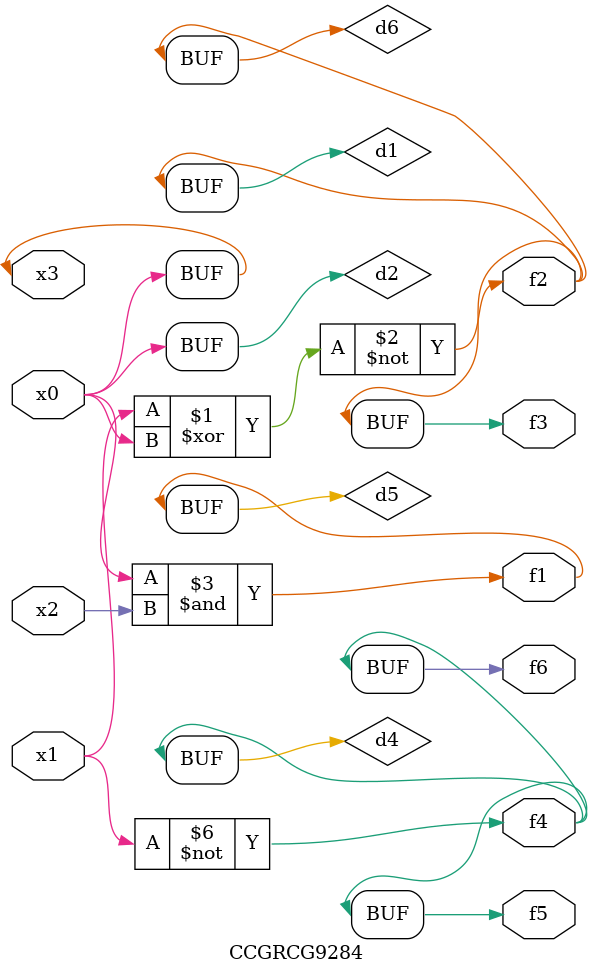
<source format=v>
module CCGRCG9284(
	input x0, x1, x2, x3,
	output f1, f2, f3, f4, f5, f6
);

	wire d1, d2, d3, d4, d5, d6;

	xnor (d1, x1, x3);
	buf (d2, x0, x3);
	nand (d3, x0, x2);
	not (d4, x1);
	nand (d5, d3);
	or (d6, d1);
	assign f1 = d5;
	assign f2 = d6;
	assign f3 = d6;
	assign f4 = d4;
	assign f5 = d4;
	assign f6 = d4;
endmodule

</source>
